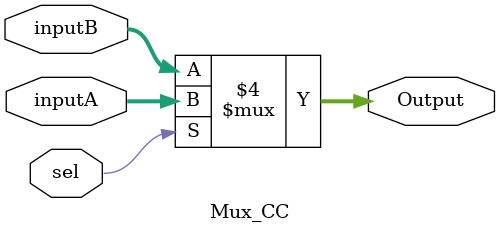
<source format=v>
module Mux_CC (
    output reg [3:0] Output, 
    input [3:0] inputA, 
    input [3:0] inputB, 
    input sel
);
    always@ (inputA, inputB, sel) begin
        if(sel == 1) begin
            Output = inputA;
        end else begin
            Output = inputB;
        end
    end
endmodule
</source>
